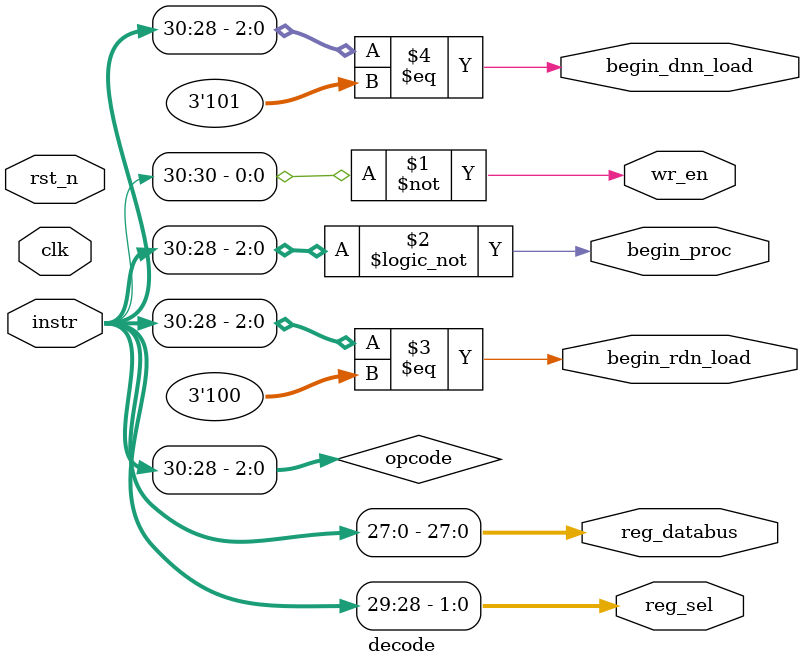
<source format=sv>
module decode
  (
    /*
     * Inputs
     */
    input clk,
    input rst_n,
    //instruction_fetch -> Decode
    input   [31:0]  instr,
    
    //ctrl_unit (registers) <- Decode
    output  [1:0]   reg_sel,
    output          wr_en,
    output  [27:0]  reg_databus,         
    //ctrl_unit (cmds) <- Decode
    output          begin_rdn_load,
    output          begin_dnn_load,
    output          begin_proc           
  );
    
    wire [2:0] opcode;
    
    assign opcode = instr[30:28];
    
    //opcode 000, 001, 010
    assign wr_en = opcode[2]==1'b0;
    assign reg_sel = opcode[1:0];
    
    //reg_data_bus
    assign reg_databus = instr[27:0];    

    assign begin_proc = opcode==3'b000;    

    //opcode 011 wasted    

    //opcode 100, 101
    assign begin_rdn_load = opcode == 3'b100;
    assign begin_dnn_load = opcode == 3'b101;
    
    
    
endmodule

</source>
